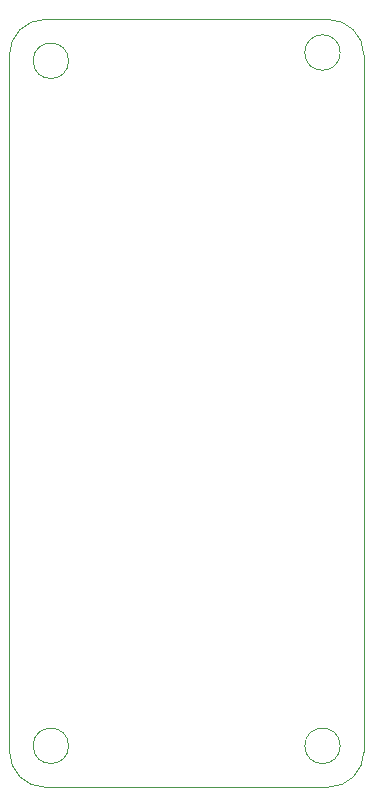
<source format=gbr>
%TF.GenerationSoftware,KiCad,Pcbnew,(6.0.0-0)*%
%TF.CreationDate,2022-01-13T06:26:07-05:00*%
%TF.ProjectId,piUAV,70695541-562e-46b6-9963-61645f706362,rev?*%
%TF.SameCoordinates,Original*%
%TF.FileFunction,Profile,NP*%
%FSLAX46Y46*%
G04 Gerber Fmt 4.6, Leading zero omitted, Abs format (unit mm)*
G04 Created by KiCad (PCBNEW (6.0.0-0)) date 2022-01-13 06:26:07*
%MOMM*%
%LPD*%
G01*
G04 APERTURE LIST*
%TA.AperFunction,Profile*%
%ADD10C,0.100000*%
%TD*%
G04 APERTURE END LIST*
D10*
X137000000Y-109000000D02*
G75*
G03*
X140000000Y-106000000I-1J3000001D01*
G01*
X138000000Y-46800000D02*
G75*
G03*
X138000000Y-46800000I-1500000J0D01*
G01*
X137000000Y-44000000D02*
X113000000Y-44000000D01*
X115000000Y-47500000D02*
G75*
G03*
X115000000Y-47500000I-1500000J0D01*
G01*
X110000000Y-106000000D02*
X110000000Y-47000000D01*
X140000000Y-47000000D02*
G75*
G03*
X137000000Y-44000000I-3000001J-1D01*
G01*
X137000000Y-109000000D02*
X113000000Y-109000000D01*
X140000000Y-47000000D02*
X140000000Y-106000000D01*
X110000000Y-106000000D02*
G75*
G03*
X113000000Y-109000000I3000001J1D01*
G01*
X115000000Y-105500000D02*
G75*
G03*
X115000000Y-105500000I-1500000J0D01*
G01*
X113000000Y-44000000D02*
G75*
G03*
X110000000Y-47000000I1J-3000001D01*
G01*
X138000000Y-105500000D02*
G75*
G03*
X138000000Y-105500000I-1500000J0D01*
G01*
M02*

</source>
